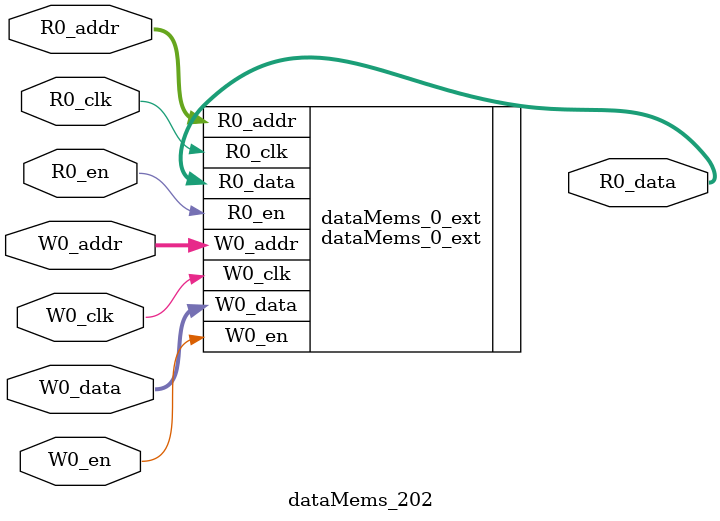
<source format=sv>
`ifndef RANDOMIZE
  `ifdef RANDOMIZE_REG_INIT
    `define RANDOMIZE
  `endif // RANDOMIZE_REG_INIT
`endif // not def RANDOMIZE
`ifndef RANDOMIZE
  `ifdef RANDOMIZE_MEM_INIT
    `define RANDOMIZE
  `endif // RANDOMIZE_MEM_INIT
`endif // not def RANDOMIZE

`ifndef RANDOM
  `define RANDOM $random
`endif // not def RANDOM

// Users can define 'PRINTF_COND' to add an extra gate to prints.
`ifndef PRINTF_COND_
  `ifdef PRINTF_COND
    `define PRINTF_COND_ (`PRINTF_COND)
  `else  // PRINTF_COND
    `define PRINTF_COND_ 1
  `endif // PRINTF_COND
`endif // not def PRINTF_COND_

// Users can define 'ASSERT_VERBOSE_COND' to add an extra gate to assert error printing.
`ifndef ASSERT_VERBOSE_COND_
  `ifdef ASSERT_VERBOSE_COND
    `define ASSERT_VERBOSE_COND_ (`ASSERT_VERBOSE_COND)
  `else  // ASSERT_VERBOSE_COND
    `define ASSERT_VERBOSE_COND_ 1
  `endif // ASSERT_VERBOSE_COND
`endif // not def ASSERT_VERBOSE_COND_

// Users can define 'STOP_COND' to add an extra gate to stop conditions.
`ifndef STOP_COND_
  `ifdef STOP_COND
    `define STOP_COND_ (`STOP_COND)
  `else  // STOP_COND
    `define STOP_COND_ 1
  `endif // STOP_COND
`endif // not def STOP_COND_

// Users can define INIT_RANDOM as general code that gets injected into the
// initializer block for modules with registers.
`ifndef INIT_RANDOM
  `define INIT_RANDOM
`endif // not def INIT_RANDOM

// If using random initialization, you can also define RANDOMIZE_DELAY to
// customize the delay used, otherwise 0.002 is used.
`ifndef RANDOMIZE_DELAY
  `define RANDOMIZE_DELAY 0.002
`endif // not def RANDOMIZE_DELAY

// Define INIT_RANDOM_PROLOG_ for use in our modules below.
`ifndef INIT_RANDOM_PROLOG_
  `ifdef RANDOMIZE
    `ifdef VERILATOR
      `define INIT_RANDOM_PROLOG_ `INIT_RANDOM
    `else  // VERILATOR
      `define INIT_RANDOM_PROLOG_ `INIT_RANDOM #`RANDOMIZE_DELAY begin end
    `endif // VERILATOR
  `else  // RANDOMIZE
    `define INIT_RANDOM_PROLOG_
  `endif // RANDOMIZE
`endif // not def INIT_RANDOM_PROLOG_

// Include register initializers in init blocks unless synthesis is set
`ifndef SYNTHESIS
  `ifndef ENABLE_INITIAL_REG_
    `define ENABLE_INITIAL_REG_
  `endif // not def ENABLE_INITIAL_REG_
`endif // not def SYNTHESIS

// Include rmemory initializers in init blocks unless synthesis is set
`ifndef SYNTHESIS
  `ifndef ENABLE_INITIAL_MEM_
    `define ENABLE_INITIAL_MEM_
  `endif // not def ENABLE_INITIAL_MEM_
`endif // not def SYNTHESIS

module dataMems_202(	// @[generators/ara/src/main/scala/UnsafeAXI4ToTL.scala:365:62]
  input  [4:0]   R0_addr,
  input          R0_en,
  input          R0_clk,
  output [130:0] R0_data,
  input  [4:0]   W0_addr,
  input          W0_en,
  input          W0_clk,
  input  [130:0] W0_data
);

  dataMems_0_ext dataMems_0_ext (	// @[generators/ara/src/main/scala/UnsafeAXI4ToTL.scala:365:62]
    .R0_addr (R0_addr),
    .R0_en   (R0_en),
    .R0_clk  (R0_clk),
    .R0_data (R0_data),
    .W0_addr (W0_addr),
    .W0_en   (W0_en),
    .W0_clk  (W0_clk),
    .W0_data (W0_data)
  );
endmodule


</source>
